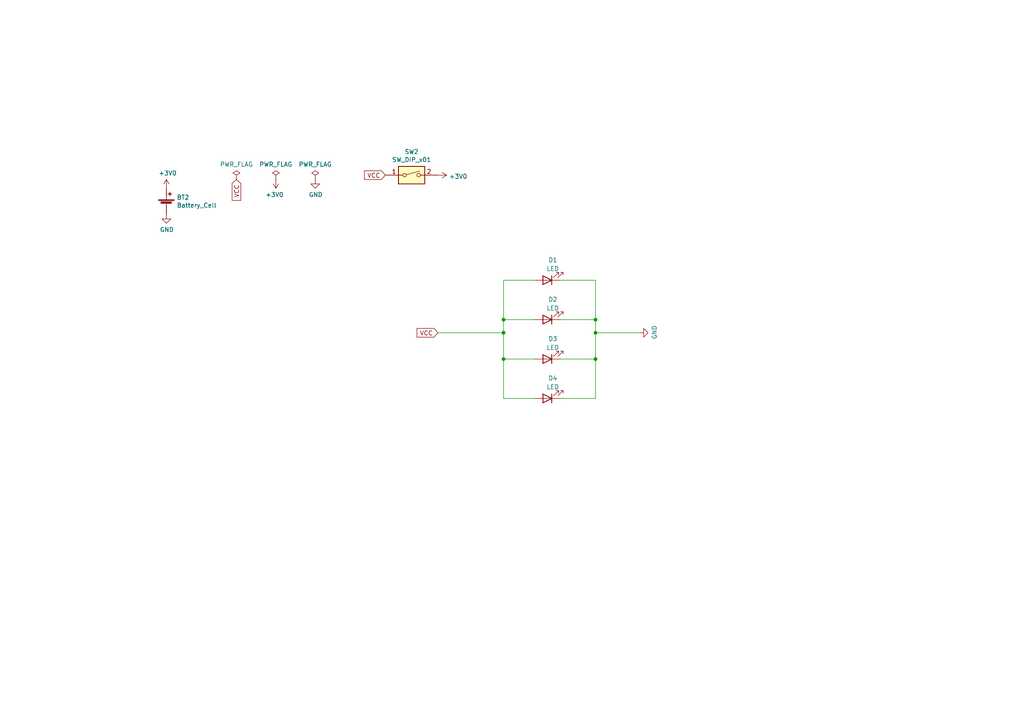
<source format=kicad_sch>
(kicad_sch (version 20230121) (generator eeschema)
  (paper "A4")
  (lib_symbols
    (symbol "Device:Battery_Cell" (pin_numbers hide) (pin_names (offset 0) hide)
      (property "Reference" "BT" (at 2.54 2.54 0))
      (property "Value" "Battery_Cell" (at 2.54 0 0))
      (symbol "Battery_Cell_0_1"
        (rectangle (start -2.286 1.778) (end 2.286 1.524) (fill (type outline)))
        (rectangle (start -1.5748 1.1938) (end 1.4732 0.6858) (fill (type outline)))
        (polyline (pts (xy 0 0.762) (xy 0 0)))
        (polyline (pts (xy 0 1.778) (xy 0 2.54)))
        (polyline (pts (xy 0.508 3.429) (xy 1.524 3.429)) (stroke (width 0.254)))
        (polyline (pts (xy 1.016 3.937) (xy 1.016 2.921)) (stroke (width 0.254)))
      )
      (symbol "Battery_Cell_1_1"
        (pin passive line (at 0 5.08 270) (length 2.54) (name "+") (number "1"))
        (pin passive line (at 0 -2.54 90) (length 2.54) (name "-") (number "2"))
      )
    )
    (symbol "Device:LED" (pin_numbers hide) (pin_names (offset 1.016) hide)
      (property "Reference" "D" (at 0 2.54 0))
      (property "Value" "LED" (at 0 -2.54 0))
      (symbol "LED_0_1"
        (polyline (pts (xy -1.27 -1.27) (xy -1.27 1.27)) (stroke (width 0.254)))
        (polyline (pts (xy -1.27 0) (xy 1.27 0)))
        (polyline (pts (xy 1.27 -1.27) (xy 1.27 1.27) (xy -1.27 0) (xy 1.27 -1.27)) (stroke (width 0.254)))
        (polyline (pts (xy -3.048 -0.762) (xy -4.572 -2.286) (xy -3.81 -2.286) (xy -4.572 -2.286) (xy -4.572 -1.524)))
        (polyline (pts (xy -1.778 -0.762) (xy -3.302 -2.286) (xy -2.54 -2.286) (xy -3.302 -2.286) (xy -3.302 -1.524)))
      )
      (symbol "LED_1_1"
        (pin passive line (at -3.81 0 0) (length 2.54) (name "K") (number "1"))
        (pin passive line (at 3.81 0 180) (length 2.54) (name "A") (number "2"))
      )
    )
    (symbol "GND_1" (power) (pin_names (offset 0))
      (property "Value" "GND_1" (at 0 -3.81 0))
      (symbol "GND_1_0_1"
        (polyline (pts (xy 0 0) (xy 0 -1.27) (xy 1.27 -1.27) (xy 0 -2.54) (xy -1.27 -1.27) (xy 0 -1.27)))
      )
      (symbol "GND_1_1_1"
        (pin power_in line (at 0 0 270) (length 0) hide (name "GND") (number "1"))
      )
    )
    (symbol "Switch:SW_DIP_x01" (pin_names (offset 0) hide)
      (property "Reference" "SW" (at 0 3.81 0))
      (property "Value" "SW_DIP_x01" (at 0 -3.81 0))
      (symbol "SW_DIP_x01_0_0"
        (circle (center -2.032 0) (radius 0.508))
        (polyline (pts (xy -1.524 0.127) (xy 2.3622 1.1684)))
        (circle (center 2.032 0) (radius 0.508))
      )
      (symbol "SW_DIP_x01_0_1"
        (rectangle (start -3.81 2.54) (end 3.81 -2.54) (stroke (width 0.254)) (fill (type background)))
      )
      (symbol "SW_DIP_x01_1_1"
        (pin passive line (at -7.62 0 0) (length 5.08) (name "~") (number "1"))
        (pin passive line (at 7.62 0 180) (length 5.08) (name "~") (number "2"))
      )
    )
    (symbol "power:+3V0" (power) (pin_names (offset 0))
      (property "Value" "+3V0" (at 0 3.556 0))
      (symbol "+3V0_0_1"
        (polyline (pts (xy -0.762 1.27) (xy 0 2.54)))
        (polyline (pts (xy 0 0) (xy 0 2.54)))
        (polyline (pts (xy 0 2.54) (xy 0.762 1.27)))
      )
      (symbol "+3V0_1_1"
        (pin power_in line (at 0 0 90) (length 0) hide (name "+3V0") (number "1"))
      )
    )
    (symbol "power:GND" (power) (pin_names (offset 0))
      (property "Value" "GND" (at 0 -3.81 0))
      (symbol "GND_0_1"
        (polyline (pts (xy 0 0) (xy 0 -1.27) (xy 1.27 -1.27) (xy 0 -2.54) (xy -1.27 -1.27) (xy 0 -1.27)))
      )
      (symbol "GND_1_1"
        (pin power_in line (at 0 0 270) (length 0) hide (name "GND") (number "1"))
      )
    )
    (symbol "power:PWR_FLAG" (power) (pin_numbers hide) (pin_names (offset 0) hide)
      (property "Value" "PWR_FLAG" (at 0 3.81 0))
      (symbol "PWR_FLAG_0_0"
        (pin power_out line (at 0 0 90) (length 0) (name "pwr") (number "1"))
      )
      (symbol "PWR_FLAG_0_1"
        (polyline (pts (xy 0 0) (xy 0 1.27) (xy -1.016 1.905) (xy 0 2.54) (xy 1.016 1.905) (xy 0 1.27)))
      )
    )
  )
  (junction (at 172.72 96.52))
  (junction (at 172.72 104.14))
  (junction (at 146.05 92.71))
  (junction (at 146.05 96.52))
  (junction (at 146.05 104.14))
  (junction (at 172.72 92.71))
  (wire (pts (xy 146.05 115.57) (xy 146.05 104.14)))
  (wire (pts (xy 146.05 92.71) (xy 146.05 81.28)))
  (wire (pts (xy 146.05 92.71) (xy 154.94 92.71)))
  (wire (pts (xy 146.05 104.14) (xy 146.05 96.52)))
  (wire (pts (xy 146.05 81.28) (xy 154.94 81.28)))
  (wire (pts (xy 127 96.52) (xy 146.05 96.52)))
  (wire (pts (xy 162.56 104.14) (xy 172.72 104.14)))
  (wire (pts (xy 162.56 81.28) (xy 172.72 81.28)))
  (wire (pts (xy 154.94 104.14) (xy 146.05 104.14)))
  (wire (pts (xy 172.72 81.28) (xy 172.72 92.71)))
  (wire (pts (xy 154.94 115.57) (xy 146.05 115.57)))
  (wire (pts (xy 172.72 92.71) (xy 162.56 92.71)))
  (wire (pts (xy 172.72 96.52) (xy 172.72 92.71)))
  (wire (pts (xy 146.05 96.52) (xy 146.05 92.71)))
  (wire (pts (xy 172.72 104.14) (xy 172.72 96.52)))
  (wire (pts (xy 172.72 96.52) (xy 185.42 96.52)))
  (wire (pts (xy 172.72 115.57) (xy 172.72 104.14)))
  (wire (pts (xy 162.56 115.57) (xy 172.72 115.57)))
  (global_label "VCC" (shape input) (at 68.58 52.07 270) (property "Intersheetrefs" "${INTERSHEET_REFS}" (effects hide)))
  (global_label "VCC" (shape input) (at 127 96.52 180) (property "Intersheetrefs" "${INTERSHEET_REFS}" (effects hide)))
  (global_label "VCC" (shape input) (at 111.76 50.8 180) (property "Intersheetrefs" "${INTERSHEET_REFS}" (effects hide)))
  (symbol (lib_id "power:GND") (at 48.26 62.23 0) (unit 1)
    (property "Reference" "#PWR02" (effects hide))
    (property "Value" "GND" (at 48.387 66.6242 0))
  )
  (symbol (lib_id "power:PWR_FLAG") (at 80.01 52.07 0) (unit 1)
    (property "Reference" "#FLG02" (effects hide))
    (property "Value" "PWR_FLAG" (at 80.01 47.6758 0))
  )
  (symbol (lib_id "power:PWR_FLAG") (at 91.44 52.07 0) (unit 1)
    (property "Reference" "#FLG03" (effects hide))
    (property "Value" "PWR_FLAG" (at 91.44 47.6758 0))
  )
  (symbol (lib_id "Device:Battery_Cell") (at 48.26 59.69 0) (unit 1)
    (property "Reference" "BT2" (at 51.2572 57.2516 0) (effects (justify left)))
    (property "Value" "Battery_Cell" (at 51.2572 59.563 0) (effects (justify left)))
    (property "Footprint" "Binary_Kitchen:BatteryHolder_Keystone_1060_1x2032_HandSoldering" (effects hide))
  )
  (symbol (lib_name "GND_1") (lib_id "power:GND") (at 91.44 52.07 0) (unit 1)
    (property "Reference" "#PWR04" (effects hide))
    (property "Value" "GND" (at 91.567 56.4642 0))
  )
  (symbol (lib_id "power:PWR_FLAG") (at 68.58 52.07 0) (unit 1)
    (property "Reference" "#FLG01" (effects hide))
    (property "Value" "PWR_FLAG" (at 68.58 47.6758 0))
  )
  (symbol (lib_id "power:+3V0") (at 80.01 52.07 180) (unit 1)
    (property "Reference" "#PWR03" (effects hide))
    (property "Value" "+3V0" (at 79.629 56.4642 0))
  )
  (symbol (lib_id "Device:LED") (at 158.75 115.57 180) (unit 1)
    (property "Reference" "D4" (at 160.3375 109.7112 0))
    (property "Value" "LED" (at 160.3375 112.2481 0))
    (property "Footprint" "Binary_Kitchen:5mm_SMD-Pad" (effects hide))
  )
  (symbol (lib_id "Device:LED") (at 158.75 92.71 180) (unit 1)
    (property "Reference" "D2" (at 160.3375 86.8512 0))
    (property "Value" "LED" (at 160.3375 89.3881 0))
    (property "Footprint" "Binary_Kitchen:5mm_SMD-Pad" (effects hide))
  )
  (symbol (lib_id "power:+3V0") (at 127 50.8 270) (unit 1)
    (property "Reference" "#PWR05" (effects hide))
    (property "Value" "+3V0" (at 130.2512 51.181 90) (effects (justify left)))
  )
  (symbol (lib_id "Device:LED") (at 158.75 104.14 180) (unit 1)
    (property "Reference" "D3" (at 160.3375 98.2812 0))
    (property "Value" "LED" (at 160.3375 100.8181 0))
    (property "Footprint" "Binary_Kitchen:5mm_SMD-Pad" (effects hide))
  )
  (symbol (lib_id "Switch:SW_DIP_x01") (at 119.38 50.8 0) (unit 1)
    (property "Reference" "SW2" (at 119.38 44.0182 0))
    (property "Value" "SW_DIP_x01" (at 119.38 46.3296 0))
    (property "Footprint" "Binary_Kitchen:Push_Button" (effects hide))
  )
  (symbol (lib_id "power:+3V0") (at 48.26 54.61 0) (unit 1)
    (property "Reference" "#PWR01" (effects hide))
    (property "Value" "+3V0" (at 48.641 50.2158 0))
  )
  (symbol (lib_id "power:GND") (at 185.42 96.52 90) (unit 1)
    (property "Reference" "#PWR06" (effects hide))
    (property "Value" "GND" (at 189.8142 96.393 0))
  )
  (symbol (lib_id "Device:LED") (at 158.75 81.28 180) (unit 1)
    (property "Reference" "D1" (at 160.3375 75.4212 0))
    (property "Value" "LED" (at 160.3375 77.9581 0))
    (property "Footprint" "Binary_Kitchen:5mm_SMD-Pad" (effects hide))
  )
)
</source>
